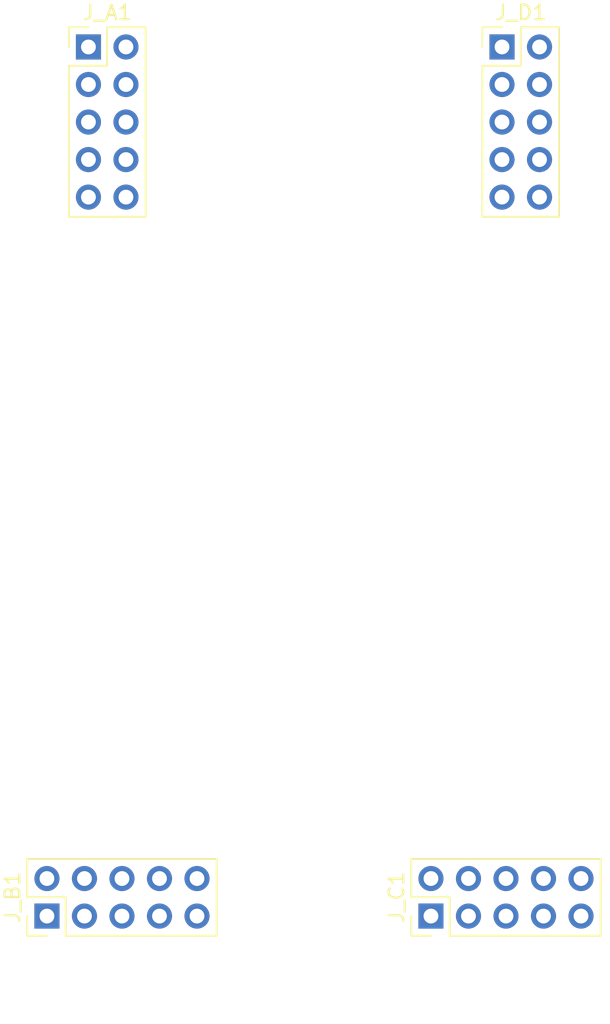
<source format=kicad_pcb>
(kicad_pcb (version 20221018) (generator pcbnew)
  (layers (0 "F.Cu" signal) (31 "B.Cu" signal) (34 "B.Paste" user) (35 "F.Paste" user) (36 "B.SilkS" user "B.Silkscreen") (37 "F.SilkS" user "F.Silkscreen") (38 "B.Mask" user) (39 "F.Mask" user) (44 "Edge.Cuts" user))
  (net 0 "")
  (net 1 "-12V_IN")
  (net 2 "+3V3_OUT")
  (net 3 "A2")
  (net 4 "A9")
  (net 5 "A3")
  (net 6 "A8")
  (net 7 "GND")
  (net 8 "+12V_IN")
  (net 9 "+5V_OUT")
  (net 10 "AUDIO_OUT_RIGHT")
  (net 11 "B10")
  (net 12 "AUDIO_OUT_LEFT")
  (net 13 "B9")
  (net 14 "AUDIO_IN_RIGHT")
  (net 15 "B8")
  (net 16 "AUDIO_IN_LEFT")
  (net 17 "B7")
  (net 18 "B5")
  (net 19 "B6")
  (net 20 "CV_OUT_2")
  (net 21 "CV_OUT_1")
  (net 22 "CV_4")
  (net 23 "CV_8")
  (net 24 "CV_3")
  (net 25 "CV_7")
  (net 26 "CV_2")
  (net 27 "CV_6")
  (net 28 "CV_1")
  (net 29 "CV_5")
  (net 30 "D1")
  (net 31 "D10")
  (net 32 "D2")
  (net 33 "D9")
  (net 34 "D8")
  (net 35 "D4")
  (net 36 "D7")
  (net 37 "D6")
  (footprint "Connector_PinHeader_2.54mm:PinHeader_2x05_P2.54mm_Vertical" (layer "F.Cu") (at 92.73 61.92)
    (fp_text reference "J_D1" (at 1.27 -2.33) (layer "F.SilkS"))
    (fp_text value "Conn_02x05_Counter_Clockwise")
    (fp_line (start -1.33 -1.33) (end 0 -1.33) (stroke (width 0.12)) (layer "F.SilkS"))
    (fp_line (start -1.33 0) (end -1.33 -1.33) (stroke (width 0.12)) (layer "F.SilkS"))
    (fp_line (start -1.33 1.27) (end -1.33 11.49) (stroke (width 0.12)) (layer "F.SilkS"))
    (fp_line (start -1.33 1.27) (end 1.27 1.27) (stroke (width 0.12)) (layer "F.SilkS"))
    (fp_line (start -1.33 11.49) (end 3.87 11.49) (stroke (width 0.12)) (layer "F.SilkS"))
    (fp_line (start 1.27 -1.33) (end 3.87 -1.33) (stroke (width 0.12)) (layer "F.SilkS"))
    (fp_line (start 1.27 1.27) (end 1.27 -1.33) (stroke (width 0.12)) (layer "F.SilkS"))
    (fp_line (start 3.87 -1.33) (end 3.87 11.49) (stroke (width 0.12)) (layer "F.SilkS"))
    (pad "1" thru_hole rect (at 0 0) (size 1.7 1.7) (drill 1) (layers "*.Cu" "*.Mask") (net 30 "D1"))
    (pad "2" thru_hole oval (at 2.54 0) (size 1.7 1.7) (drill 1) (layers "*.Cu" "*.Mask") (net 31 "D10"))
    (pad "3" thru_hole oval (at 0 2.54) (size 1.7 1.7) (drill 1) (layers "*.Cu" "*.Mask") (net 32 "D2"))
    (pad "4" thru_hole oval (at 2.54 2.54) (size 1.7 1.7) (drill 1) (layers "*.Cu" "*.Mask") (net 33 "D9"))
    (pad "5" thru_hole oval (at 0 5.08) (size 1.7 1.7) (drill 1) (layers "*.Cu" "*.Mask") (net 6 "A8"))
    (pad "6" thru_hole oval (at 2.54 5.08) (size 1.7 1.7) (drill 1) (layers "*.Cu" "*.Mask") (net 34 "D8"))
    (pad "7" thru_hole oval (at 0 7.62) (size 1.7 1.7) (drill 1) (layers "*.Cu" "*.Mask") (net 35 "D4"))
    (pad "8" thru_hole oval (at 2.54 7.62) (size 1.7 1.7) (drill 1) (layers "*.Cu" "*.Mask") (net 36 "D7"))
    (pad "9" thru_hole oval (at 0 10.16) (size 1.7 1.7) (drill 1) (layers "*.Cu" "*.Mask") (net 35 "D4"))
    (pad "10" thru_hole oval (at 2.54 10.16) (size 1.7 1.7) (drill 1) (layers "*.Cu" "*.Mask") (net 37 "D6"))
  )
  (footprint "Connector_PinHeader_2.54mm:PinHeader_2x05_P2.54mm_Vertical" (layer "F.Cu") (at 61.92 120.73 90)
    (fp_text reference "J_B1" (at 1.27 -2.33 90) (layer "F.SilkS"))
    (fp_text value "Conn_02x05_Counter_Clockwise")
    (fp_line (start -1.33 -1.33) (end 0 -1.33) (stroke (width 0.12)) (layer "F.SilkS"))
    (fp_line (start -1.33 0) (end -1.33 -1.33) (stroke (width 0.12)) (layer "F.SilkS"))
    (fp_line (start -1.33 1.27) (end -1.33 11.49) (stroke (width 0.12)) (layer "F.SilkS"))
    (fp_line (start -1.33 1.27) (end 1.27 1.27) (stroke (width 0.12)) (layer "F.SilkS"))
    (fp_line (start -1.33 11.49) (end 3.87 11.49) (stroke (width 0.12)) (layer "F.SilkS"))
    (fp_line (start 1.27 -1.33) (end 3.87 -1.33) (stroke (width 0.12)) (layer "F.SilkS"))
    (fp_line (start 1.27 1.27) (end 1.27 -1.33) (stroke (width 0.12)) (layer "F.SilkS"))
    (fp_line (start 3.87 -1.33) (end 3.87 11.49) (stroke (width 0.12)) (layer "F.SilkS"))
    (pad "1" thru_hole rect (at 0 0 90) (size 1.7 1.7) (drill 1) (layers "*.Cu" "*.Mask") (net 10 "AUDIO_OUT_RIGHT"))
    (pad "2" thru_hole oval (at 2.54 0 90) (size 1.7 1.7) (drill 1) (layers "*.Cu" "*.Mask") (net 11 "B10"))
    (pad "3" thru_hole oval (at 0 2.54 90) (size 1.7 1.7) (drill 1) (layers "*.Cu" "*.Mask") (net 12 "AUDIO_OUT_LEFT"))
    (pad "4" thru_hole oval (at 2.54 2.54 90) (size 1.7 1.7) (drill 1) (layers "*.Cu" "*.Mask") (net 13 "B9"))
    (pad "5" thru_hole oval (at 0 5.08 90) (size 1.7 1.7) (drill 1) (layers "*.Cu" "*.Mask") (net 14 "AUDIO_IN_RIGHT"))
    (pad "6" thru_hole oval (at 2.54 5.08 90) (size 1.7 1.7) (drill 1) (layers "*.Cu" "*.Mask") (net 15 "B8"))
    (pad "7" thru_hole oval (at 0 7.62 90) (size 1.7 1.7) (drill 1) (layers "*.Cu" "*.Mask") (net 16 "AUDIO_IN_LEFT"))
    (pad "8" thru_hole oval (at 2.54 7.62 90) (size 1.7 1.7) (drill 1) (layers "*.Cu" "*.Mask") (net 17 "B7"))
    (pad "9" thru_hole oval (at 0 10.16 90) (size 1.7 1.7) (drill 1) (layers "*.Cu" "*.Mask") (net 18 "B5"))
    (pad "10" thru_hole oval (at 2.54 10.16 90) (size 1.7 1.7) (drill 1) (layers "*.Cu" "*.Mask") (net 19 "B6"))
  )
  (footprint "Connector_PinHeader_2.54mm:PinHeader_2x05_P2.54mm_Vertical" (layer "F.Cu") (at 64.73 61.92)
    (fp_text reference "J_A1" (at 1.27 -2.33) (layer "F.SilkS"))
    (fp_text value "Conn_02x05_Counter_Clockwise")
    (fp_line (start -1.33 -1.33) (end 0 -1.33) (stroke (width 0.12)) (layer "F.SilkS"))
    (fp_line (start -1.33 0) (end -1.33 -1.33) (stroke (width 0.12)) (layer "F.SilkS"))
    (fp_line (start -1.33 1.27) (end -1.33 11.49) (stroke (width 0.12)) (layer "F.SilkS"))
    (fp_line (start -1.33 1.27) (end 1.27 1.27) (stroke (width 0.12)) (layer "F.SilkS"))
    (fp_line (start -1.33 11.49) (end 3.87 11.49) (stroke (width 0.12)) (layer "F.SilkS"))
    (fp_line (start 1.27 -1.33) (end 3.87 -1.33) (stroke (width 0.12)) (layer "F.SilkS"))
    (fp_line (start 1.27 1.27) (end 1.27 -1.33) (stroke (width 0.12)) (layer "F.SilkS"))
    (fp_line (start 3.87 -1.33) (end 3.87 11.49) (stroke (width 0.12)) (layer "F.SilkS"))
    (pad "1" thru_hole rect (at 0 0) (size 1.7 1.7) (drill 1) (layers "*.Cu" "*.Mask") (net 1 "-12V_IN"))
    (pad "2" thru_hole oval (at 2.54 0) (size 1.7 1.7) (drill 1) (layers "*.Cu" "*.Mask") (net 2 "+3V3_OUT"))
    (pad "3" thru_hole oval (at 0 2.54) (size 1.7 1.7) (drill 1) (layers "*.Cu" "*.Mask") (net 3 "A2"))
    (pad "4" thru_hole oval (at 2.54 2.54) (size 1.7 1.7) (drill 1) (layers "*.Cu" "*.Mask") (net 4 "A9"))
    (pad "5" thru_hole oval (at 0 5.08) (size 1.7 1.7) (drill 1) (layers "*.Cu" "*.Mask") (net 5 "A3"))
    (pad "6" thru_hole oval (at 2.54 5.08) (size 1.7 1.7) (drill 1) (layers "*.Cu" "*.Mask") (net 6 "A8"))
    (pad "7" thru_hole oval (at 0 7.62) (size 1.7 1.7) (drill 1) (layers "*.Cu" "*.Mask") (net 7 "GND"))
    (pad "8" thru_hole oval (at 2.54 7.62) (size 1.7 1.7) (drill 1) (layers "*.Cu" "*.Mask") (net 7 "GND"))
    (pad "9" thru_hole oval (at 0 10.16) (size 1.7 1.7) (drill 1) (layers "*.Cu" "*.Mask") (net 8 "+12V_IN"))
    (pad "10" thru_hole oval (at 2.54 10.16) (size 1.7 1.7) (drill 1) (layers "*.Cu" "*.Mask") (net 9 "+5V_OUT"))
  )
  (footprint "Connector_PinHeader_2.54mm:PinHeader_2x05_P2.54mm_Vertical" (layer "F.Cu") (at 87.92 120.73 90)
    (fp_text reference "J_C1" (at 1.27 -2.33 90) (layer "F.SilkS"))
    (fp_text value "Conn_02x05_Counter_Clockwise")
    (fp_line (start -1.33 -1.33) (end 0 -1.33) (stroke (width 0.12)) (layer "F.SilkS"))
    (fp_line (start -1.33 0) (end -1.33 -1.33) (stroke (width 0.12)) (layer "F.SilkS"))
    (fp_line (start -1.33 1.27) (end -1.33 11.49) (stroke (width 0.12)) (layer "F.SilkS"))
    (fp_line (start -1.33 1.27) (end 1.27 1.27) (stroke (width 0.12)) (layer "F.SilkS"))
    (fp_line (start -1.33 11.49) (end 3.87 11.49) (stroke (width 0.12)) (layer "F.SilkS"))
    (fp_line (start 1.27 -1.33) (end 3.87 -1.33) (stroke (width 0.12)) (layer "F.SilkS"))
    (fp_line (start 1.27 1.27) (end 1.27 -1.33) (stroke (width 0.12)) (layer "F.SilkS"))
    (fp_line (start 3.87 -1.33) (end 3.87 11.49) (stroke (width 0.12)) (layer "F.SilkS"))
    (pad "1" thru_hole rect (at 0 0 90) (size 1.7 1.7) (drill 1) (layers "*.Cu" "*.Mask") (net 20 "CV_OUT_2"))
    (pad "2" thru_hole oval (at 2.54 0 90) (size 1.7 1.7) (drill 1) (layers "*.Cu" "*.Mask") (net 21 "CV_OUT_1"))
    (pad "3" thru_hole oval (at 0 2.54 90) (size 1.7 1.7) (drill 1) (layers "*.Cu" "*.Mask") (net 22 "CV_4"))
    (pad "4" thru_hole oval (at 2.54 2.54 90) (size 1.7 1.7) (drill 1) (layers "*.Cu" "*.Mask") (net 23 "CV_8"))
    (pad "5" thru_hole oval (at 0 5.08 90) (size 1.7 1.7) (drill 1) (layers "*.Cu" "*.Mask") (net 24 "CV_3"))
    (pad "6" thru_hole oval (at 2.54 5.08 90) (size 1.7 1.7) (drill 1) (layers "*.Cu" "*.Mask") (net 25 "CV_7"))
    (pad "7" thru_hole oval (at 0 7.62 90) (size 1.7 1.7) (drill 1) (layers "*.Cu" "*.Mask") (net 26 "CV_2"))
    (pad "8" thru_hole oval (at 2.54 7.62 90) (size 1.7 1.7) (drill 1) (layers "*.Cu" "*.Mask") (net 27 "CV_6"))
    (pad "9" thru_hole oval (at 0 10.16 90) (size 1.7 1.7) (drill 1) (layers "*.Cu" "*.Mask") (net 28 "CV_1"))
    (pad "10" thru_hole oval (at 2.54 10.16 90) (size 1.7 1.7) (drill 1) (layers "*.Cu" "*.Mask") (net 29 "CV_5"))
  )
)
</source>
